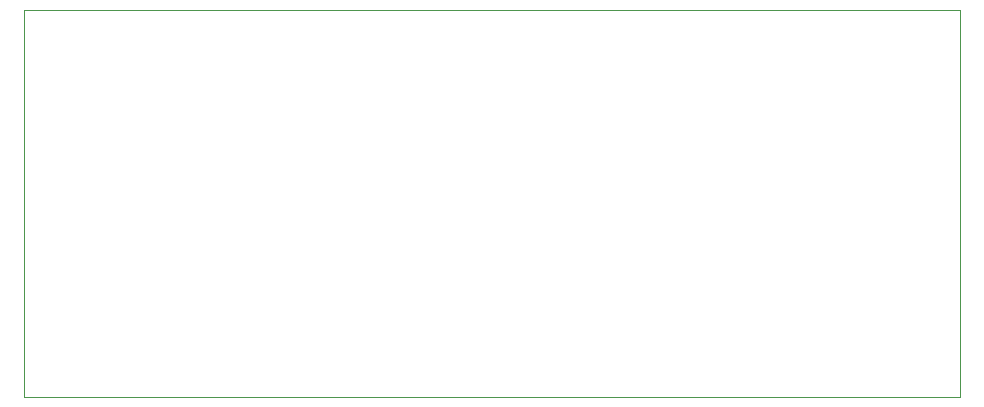
<source format=gm1>
G04 #@! TF.GenerationSoftware,KiCad,Pcbnew,7.0.8*
G04 #@! TF.CreationDate,2023-12-22T21:50:32-07:00*
G04 #@! TF.ProjectId,Sandbox,53616e64-626f-4782-9e6b-696361645f70,rev?*
G04 #@! TF.SameCoordinates,Original*
G04 #@! TF.FileFunction,Profile,NP*
%FSLAX46Y46*%
G04 Gerber Fmt 4.6, Leading zero omitted, Abs format (unit mm)*
G04 Created by KiCad (PCBNEW 7.0.8) date 2023-12-22 21:50:32*
%MOMM*%
%LPD*%
G01*
G04 APERTURE LIST*
G04 #@! TA.AperFunction,Profile*
%ADD10C,0.100000*%
G04 #@! TD*
G04 APERTURE END LIST*
D10*
X658750000Y-430250000D02*
X738000000Y-430250000D01*
X738000000Y-463000000D01*
X658750000Y-463000000D01*
X658750000Y-430250000D01*
M02*

</source>
